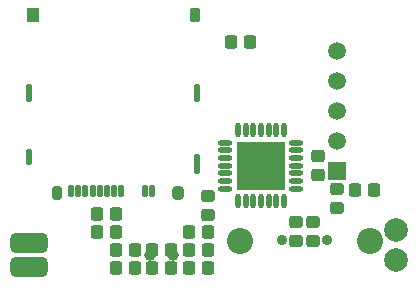
<source format=gbs>
%FSLAX44Y44*%
%MOMM*%
G71*
G01*
G75*
G04 Layer_Color=16711935*
G04:AMPARAMS|DCode=10|XSize=1mm|YSize=1.2mm|CornerRadius=0.165mm|HoleSize=0mm|Usage=FLASHONLY|Rotation=180.000|XOffset=0mm|YOffset=0mm|HoleType=Round|Shape=RoundedRectangle|*
%AMROUNDEDRECTD10*
21,1,1.0000,0.8700,0,0,180.0*
21,1,0.6700,1.2000,0,0,180.0*
1,1,0.3300,-0.3350,0.4350*
1,1,0.3300,0.3350,0.4350*
1,1,0.3300,0.3350,-0.4350*
1,1,0.3300,-0.3350,-0.4350*
%
%ADD10ROUNDEDRECTD10*%
G04:AMPARAMS|DCode=11|XSize=1.5mm|YSize=3mm|CornerRadius=0.375mm|HoleSize=0mm|Usage=FLASHONLY|Rotation=180.000|XOffset=0mm|YOffset=0mm|HoleType=Round|Shape=RoundedRectangle|*
%AMROUNDEDRECTD11*
21,1,1.5000,2.2500,0,0,180.0*
21,1,0.7500,3.0000,0,0,180.0*
1,1,0.7500,-0.3750,1.1250*
1,1,0.7500,0.3750,1.1250*
1,1,0.7500,0.3750,-1.1250*
1,1,0.7500,-0.3750,-1.1250*
%
%ADD11ROUNDEDRECTD11*%
%ADD12R,0.4000X1.4000*%
G04:AMPARAMS|DCode=13|XSize=1.8mm|YSize=1.9mm|CornerRadius=0.45mm|HoleSize=0mm|Usage=FLASHONLY|Rotation=0.000|XOffset=0mm|YOffset=0mm|HoleType=Round|Shape=RoundedRectangle|*
%AMROUNDEDRECTD13*
21,1,1.8000,1.0000,0,0,0.0*
21,1,0.9000,1.9000,0,0,0.0*
1,1,0.9000,0.4500,-0.5000*
1,1,0.9000,-0.4500,-0.5000*
1,1,0.9000,-0.4500,0.5000*
1,1,0.9000,0.4500,0.5000*
%
%ADD13ROUNDEDRECTD13*%
G04:AMPARAMS|DCode=14|XSize=1.1mm|YSize=0.6mm|CornerRadius=0.201mm|HoleSize=0mm|Usage=FLASHONLY|Rotation=270.000|XOffset=0mm|YOffset=0mm|HoleType=Round|Shape=RoundedRectangle|*
%AMROUNDEDRECTD14*
21,1,1.1000,0.1980,0,0,270.0*
21,1,0.6980,0.6000,0,0,270.0*
1,1,0.4020,-0.0990,-0.3490*
1,1,0.4020,-0.0990,0.3490*
1,1,0.4020,0.0990,0.3490*
1,1,0.4020,0.0990,-0.3490*
%
%ADD14ROUNDEDRECTD14*%
G04:AMPARAMS|DCode=15|XSize=1.1mm|YSize=0.6mm|CornerRadius=0.201mm|HoleSize=0mm|Usage=FLASHONLY|Rotation=180.000|XOffset=0mm|YOffset=0mm|HoleType=Round|Shape=RoundedRectangle|*
%AMROUNDEDRECTD15*
21,1,1.1000,0.1980,0,0,180.0*
21,1,0.6980,0.6000,0,0,180.0*
1,1,0.4020,-0.3490,0.0990*
1,1,0.4020,0.3490,0.0990*
1,1,0.4020,0.3490,-0.0990*
1,1,0.4020,-0.3490,-0.0990*
%
%ADD15ROUNDEDRECTD15*%
%ADD16O,1.8000X0.8000*%
%ADD17O,1.0000X2.5000*%
G04:AMPARAMS|DCode=18|XSize=1.5mm|YSize=3mm|CornerRadius=0.375mm|HoleSize=0mm|Usage=FLASHONLY|Rotation=270.000|XOffset=0mm|YOffset=0mm|HoleType=Round|Shape=RoundedRectangle|*
%AMROUNDEDRECTD18*
21,1,1.5000,2.2500,0,0,270.0*
21,1,0.7500,3.0000,0,0,270.0*
1,1,0.7500,-1.1250,-0.3750*
1,1,0.7500,-1.1250,0.3750*
1,1,0.7500,1.1250,0.3750*
1,1,0.7500,1.1250,-0.3750*
%
%ADD18ROUNDEDRECTD18*%
%ADD19O,2.5000X0.7000*%
%ADD20O,0.7000X2.5000*%
%ADD21C,0.4000*%
%ADD22C,0.2500*%
%ADD23C,0.2000*%
%ADD24C,0.3500*%
%ADD25C,0.7000*%
%ADD26C,1.0000*%
%ADD27C,0.8000*%
%ADD28C,0.7000*%
%ADD29C,2.0000*%
%ADD30R,1.3000X1.3000*%
%ADD31C,1.3000*%
%ADD32C,1.8500*%
G04:AMPARAMS|DCode=33|XSize=1mm|YSize=0.95mm|CornerRadius=0.1995mm|HoleSize=0mm|Usage=FLASHONLY|Rotation=90.000|XOffset=0mm|YOffset=0mm|HoleType=Round|Shape=RoundedRectangle|*
%AMROUNDEDRECTD33*
21,1,1.0000,0.5510,0,0,90.0*
21,1,0.6010,0.9500,0,0,90.0*
1,1,0.3990,0.2755,0.3005*
1,1,0.3990,0.2755,-0.3005*
1,1,0.3990,-0.2755,-0.3005*
1,1,0.3990,-0.2755,0.3005*
%
%ADD33ROUNDEDRECTD33*%
G04:AMPARAMS|DCode=34|XSize=1mm|YSize=0.95mm|CornerRadius=0.1995mm|HoleSize=0mm|Usage=FLASHONLY|Rotation=180.000|XOffset=0mm|YOffset=0mm|HoleType=Round|Shape=RoundedRectangle|*
%AMROUNDEDRECTD34*
21,1,1.0000,0.5510,0,0,180.0*
21,1,0.6010,0.9500,0,0,180.0*
1,1,0.3990,-0.3005,0.2755*
1,1,0.3990,0.3005,0.2755*
1,1,0.3990,0.3005,-0.2755*
1,1,0.3990,-0.3005,-0.2755*
%
%ADD34ROUNDEDRECTD34*%
G04:AMPARAMS|DCode=35|XSize=1mm|YSize=0.9mm|CornerRadius=0.198mm|HoleSize=0mm|Usage=FLASHONLY|Rotation=0.000|XOffset=0mm|YOffset=0mm|HoleType=Round|Shape=RoundedRectangle|*
%AMROUNDEDRECTD35*
21,1,1.0000,0.5040,0,0,0.0*
21,1,0.6040,0.9000,0,0,0.0*
1,1,0.3960,0.3020,-0.2520*
1,1,0.3960,-0.3020,-0.2520*
1,1,0.3960,-0.3020,0.2520*
1,1,0.3960,0.3020,0.2520*
%
%ADD35ROUNDEDRECTD35*%
%ADD36R,4.0000X4.0000*%
%ADD37O,0.4000X1.1000*%
%ADD38O,1.1000X0.4000*%
G04:AMPARAMS|DCode=39|XSize=0.375mm|YSize=1.5mm|CornerRadius=0.0825mm|HoleSize=0mm|Usage=FLASHONLY|Rotation=0.000|XOffset=0mm|YOffset=0mm|HoleType=Round|Shape=RoundedRectangle|*
%AMROUNDEDRECTD39*
21,1,0.3750,1.3350,0,0,0.0*
21,1,0.2100,1.5000,0,0,0.0*
1,1,0.1650,0.1050,-0.6675*
1,1,0.1650,-0.1050,-0.6675*
1,1,0.1650,-0.1050,0.6675*
1,1,0.1650,0.1050,0.6675*
%
%ADD39ROUNDEDRECTD39*%
G04:AMPARAMS|DCode=40|XSize=0.375mm|YSize=1.25mm|CornerRadius=0.0825mm|HoleSize=0mm|Usage=FLASHONLY|Rotation=0.000|XOffset=0mm|YOffset=0mm|HoleType=Round|Shape=RoundedRectangle|*
%AMROUNDEDRECTD40*
21,1,0.3750,1.0850,0,0,0.0*
21,1,0.2100,1.2500,0,0,0.0*
1,1,0.1650,0.1050,-0.5425*
1,1,0.1650,-0.1050,-0.5425*
1,1,0.1650,-0.1050,0.5425*
1,1,0.1650,0.1050,0.5425*
%
%ADD40ROUNDEDRECTD40*%
G04:AMPARAMS|DCode=41|XSize=0.375mm|YSize=1.6mm|CornerRadius=0.0825mm|HoleSize=0mm|Usage=FLASHONLY|Rotation=0.000|XOffset=0mm|YOffset=0mm|HoleType=Round|Shape=RoundedRectangle|*
%AMROUNDEDRECTD41*
21,1,0.3750,1.4350,0,0,0.0*
21,1,0.2100,1.6000,0,0,0.0*
1,1,0.1650,0.1050,-0.7175*
1,1,0.1650,-0.1050,-0.7175*
1,1,0.1650,-0.1050,0.7175*
1,1,0.1650,0.1050,0.7175*
%
%ADD41ROUNDEDRECTD41*%
G04:AMPARAMS|DCode=42|XSize=1.1mm|YSize=0.9mm|CornerRadius=0.3015mm|HoleSize=0mm|Usage=FLASHONLY|Rotation=270.000|XOffset=0mm|YOffset=0mm|HoleType=Round|Shape=RoundedRectangle|*
%AMROUNDEDRECTD42*
21,1,1.1000,0.2970,0,0,270.0*
21,1,0.4970,0.9000,0,0,270.0*
1,1,0.6030,-0.1485,-0.2485*
1,1,0.6030,-0.1485,0.2485*
1,1,0.6030,0.1485,0.2485*
1,1,0.6030,0.1485,-0.2485*
%
%ADD42ROUNDEDRECTD42*%
G04:AMPARAMS|DCode=43|XSize=1mm|YSize=0.4mm|CornerRadius=0.1mm|HoleSize=0mm|Usage=FLASHONLY|Rotation=270.000|XOffset=0mm|YOffset=0mm|HoleType=Round|Shape=RoundedRectangle|*
%AMROUNDEDRECTD43*
21,1,1.0000,0.2000,0,0,270.0*
21,1,0.8000,0.4000,0,0,270.0*
1,1,0.2000,-0.1000,-0.4000*
1,1,0.2000,-0.1000,0.4000*
1,1,0.2000,0.1000,0.4000*
1,1,0.2000,0.1000,-0.4000*
%
%ADD43ROUNDEDRECTD43*%
G04:AMPARAMS|DCode=44|XSize=0.75mm|YSize=1.1mm|CornerRadius=0.165mm|HoleSize=0mm|Usage=FLASHONLY|Rotation=0.000|XOffset=0mm|YOffset=0mm|HoleType=Round|Shape=RoundedRectangle|*
%AMROUNDEDRECTD44*
21,1,0.7500,0.7700,0,0,0.0*
21,1,0.4200,1.1000,0,0,0.0*
1,1,0.3300,0.2100,-0.3850*
1,1,0.3300,-0.2100,-0.3850*
1,1,0.3300,-0.2100,0.3850*
1,1,0.3300,0.2100,0.3850*
%
%ADD44ROUNDEDRECTD44*%
G04:AMPARAMS|DCode=45|XSize=1mm|YSize=1.1mm|CornerRadius=0.165mm|HoleSize=0mm|Usage=FLASHONLY|Rotation=0.000|XOffset=0mm|YOffset=0mm|HoleType=Round|Shape=RoundedRectangle|*
%AMROUNDEDRECTD45*
21,1,1.0000,0.7700,0,0,0.0*
21,1,0.6700,1.1000,0,0,0.0*
1,1,0.3300,0.3350,-0.3850*
1,1,0.3300,-0.3350,-0.3850*
1,1,0.3300,-0.3350,0.3850*
1,1,0.3300,0.3350,0.3850*
%
%ADD45ROUNDEDRECTD45*%
G04:AMPARAMS|DCode=46|XSize=1.1mm|YSize=0.75mm|CornerRadius=0.2512mm|HoleSize=0mm|Usage=FLASHONLY|Rotation=270.000|XOffset=0mm|YOffset=0mm|HoleType=Round|Shape=RoundedRectangle|*
%AMROUNDEDRECTD46*
21,1,1.1000,0.2475,0,0,270.0*
21,1,0.5975,0.7500,0,0,270.0*
1,1,0.5025,-0.1238,-0.2988*
1,1,0.5025,-0.1238,0.2988*
1,1,0.5025,0.1238,0.2988*
1,1,0.5025,0.1238,-0.2988*
%
%ADD46ROUNDEDRECTD46*%
%ADD47C,0.9000*%
%ADD48C,0.5000*%
%ADD49C,0.2540*%
%ADD50C,0.1000*%
G04:AMPARAMS|DCode=51|XSize=1.15mm|YSize=1.35mm|CornerRadius=0.24mm|HoleSize=0mm|Usage=FLASHONLY|Rotation=180.000|XOffset=0mm|YOffset=0mm|HoleType=Round|Shape=RoundedRectangle|*
%AMROUNDEDRECTD51*
21,1,1.1500,0.8700,0,0,180.0*
21,1,0.6700,1.3500,0,0,180.0*
1,1,0.4800,-0.3350,0.4350*
1,1,0.4800,0.3350,0.4350*
1,1,0.4800,0.3350,-0.4350*
1,1,0.4800,-0.3350,-0.4350*
%
%ADD51ROUNDEDRECTD51*%
G04:AMPARAMS|DCode=52|XSize=1.7032mm|YSize=3.2032mm|CornerRadius=0.4766mm|HoleSize=0mm|Usage=FLASHONLY|Rotation=180.000|XOffset=0mm|YOffset=0mm|HoleType=Round|Shape=RoundedRectangle|*
%AMROUNDEDRECTD52*
21,1,1.7032,2.2500,0,0,180.0*
21,1,0.7500,3.2032,0,0,180.0*
1,1,0.9532,-0.3750,1.1250*
1,1,0.9532,0.3750,1.1250*
1,1,0.9532,0.3750,-1.1250*
1,1,0.9532,-0.3750,-1.1250*
%
%ADD52ROUNDEDRECTD52*%
%ADD53R,0.6032X1.6032*%
G04:AMPARAMS|DCode=54|XSize=2.0032mm|YSize=2.1032mm|CornerRadius=0.5516mm|HoleSize=0mm|Usage=FLASHONLY|Rotation=0.000|XOffset=0mm|YOffset=0mm|HoleType=Round|Shape=RoundedRectangle|*
%AMROUNDEDRECTD54*
21,1,2.0032,1.0000,0,0,0.0*
21,1,0.9000,2.1032,0,0,0.0*
1,1,1.1032,0.4500,-0.5000*
1,1,1.1032,-0.4500,-0.5000*
1,1,1.1032,-0.4500,0.5000*
1,1,1.1032,0.4500,0.5000*
%
%ADD54ROUNDEDRECTD54*%
G04:AMPARAMS|DCode=55|XSize=1.25mm|YSize=0.75mm|CornerRadius=0.276mm|HoleSize=0mm|Usage=FLASHONLY|Rotation=270.000|XOffset=0mm|YOffset=0mm|HoleType=Round|Shape=RoundedRectangle|*
%AMROUNDEDRECTD55*
21,1,1.2500,0.1980,0,0,270.0*
21,1,0.6980,0.7500,0,0,270.0*
1,1,0.5520,-0.0990,-0.3490*
1,1,0.5520,-0.0990,0.3490*
1,1,0.5520,0.0990,0.3490*
1,1,0.5520,0.0990,-0.3490*
%
%ADD55ROUNDEDRECTD55*%
G04:AMPARAMS|DCode=56|XSize=1.25mm|YSize=0.75mm|CornerRadius=0.276mm|HoleSize=0mm|Usage=FLASHONLY|Rotation=180.000|XOffset=0mm|YOffset=0mm|HoleType=Round|Shape=RoundedRectangle|*
%AMROUNDEDRECTD56*
21,1,1.2500,0.1980,0,0,180.0*
21,1,0.6980,0.7500,0,0,180.0*
1,1,0.5520,-0.3490,0.0990*
1,1,0.5520,0.3490,0.0990*
1,1,0.5520,0.3490,-0.0990*
1,1,0.5520,-0.3490,-0.0990*
%
%ADD56ROUNDEDRECTD56*%
%ADD57O,1.9500X0.9500*%
%ADD58O,1.1500X2.6500*%
G04:AMPARAMS|DCode=59|XSize=1.7032mm|YSize=3.2032mm|CornerRadius=0.4766mm|HoleSize=0mm|Usage=FLASHONLY|Rotation=270.000|XOffset=0mm|YOffset=0mm|HoleType=Round|Shape=RoundedRectangle|*
%AMROUNDEDRECTD59*
21,1,1.7032,2.2500,0,0,270.0*
21,1,0.7500,3.2032,0,0,270.0*
1,1,0.9532,-1.1250,-0.3750*
1,1,0.9532,-1.1250,0.3750*
1,1,0.9532,1.1250,0.3750*
1,1,0.9532,1.1250,-0.3750*
%
%ADD59ROUNDEDRECTD59*%
%ADD60O,2.6500X0.8500*%
%ADD61O,0.8500X2.6500*%
%ADD62C,1.0032*%
%ADD63C,0.9032*%
%ADD64C,2.2032*%
%ADD65R,1.5032X1.5032*%
%ADD66C,1.5032*%
G04:AMPARAMS|DCode=67|XSize=1.15mm|YSize=1.1mm|CornerRadius=0.2745mm|HoleSize=0mm|Usage=FLASHONLY|Rotation=90.000|XOffset=0mm|YOffset=0mm|HoleType=Round|Shape=RoundedRectangle|*
%AMROUNDEDRECTD67*
21,1,1.1500,0.5510,0,0,90.0*
21,1,0.6010,1.1000,0,0,90.0*
1,1,0.5490,0.2755,0.3005*
1,1,0.5490,0.2755,-0.3005*
1,1,0.5490,-0.2755,-0.3005*
1,1,0.5490,-0.2755,0.3005*
%
%ADD67ROUNDEDRECTD67*%
G04:AMPARAMS|DCode=68|XSize=1.15mm|YSize=1.1mm|CornerRadius=0.2745mm|HoleSize=0mm|Usage=FLASHONLY|Rotation=180.000|XOffset=0mm|YOffset=0mm|HoleType=Round|Shape=RoundedRectangle|*
%AMROUNDEDRECTD68*
21,1,1.1500,0.5510,0,0,180.0*
21,1,0.6010,1.1000,0,0,180.0*
1,1,0.5490,-0.3005,0.2755*
1,1,0.5490,0.3005,0.2755*
1,1,0.5490,0.3005,-0.2755*
1,1,0.5490,-0.3005,-0.2755*
%
%ADD68ROUNDEDRECTD68*%
G04:AMPARAMS|DCode=69|XSize=1.15mm|YSize=1.05mm|CornerRadius=0.273mm|HoleSize=0mm|Usage=FLASHONLY|Rotation=0.000|XOffset=0mm|YOffset=0mm|HoleType=Round|Shape=RoundedRectangle|*
%AMROUNDEDRECTD69*
21,1,1.1500,0.5040,0,0,0.0*
21,1,0.6040,1.0500,0,0,0.0*
1,1,0.5460,0.3020,-0.2520*
1,1,0.5460,-0.3020,-0.2520*
1,1,0.5460,-0.3020,0.2520*
1,1,0.5460,0.3020,0.2520*
%
%ADD69ROUNDEDRECTD69*%
%ADD70R,4.1000X4.1000*%
%ADD71O,0.5000X1.2000*%
%ADD72O,1.2000X0.5000*%
G04:AMPARAMS|DCode=73|XSize=0.475mm|YSize=1.6mm|CornerRadius=0.1325mm|HoleSize=0mm|Usage=FLASHONLY|Rotation=0.000|XOffset=0mm|YOffset=0mm|HoleType=Round|Shape=RoundedRectangle|*
%AMROUNDEDRECTD73*
21,1,0.4750,1.3350,0,0,0.0*
21,1,0.2100,1.6000,0,0,0.0*
1,1,0.2650,0.1050,-0.6675*
1,1,0.2650,-0.1050,-0.6675*
1,1,0.2650,-0.1050,0.6675*
1,1,0.2650,0.1050,0.6675*
%
%ADD73ROUNDEDRECTD73*%
G04:AMPARAMS|DCode=74|XSize=0.475mm|YSize=1.35mm|CornerRadius=0.1325mm|HoleSize=0mm|Usage=FLASHONLY|Rotation=0.000|XOffset=0mm|YOffset=0mm|HoleType=Round|Shape=RoundedRectangle|*
%AMROUNDEDRECTD74*
21,1,0.4750,1.0850,0,0,0.0*
21,1,0.2100,1.3500,0,0,0.0*
1,1,0.2650,0.1050,-0.5425*
1,1,0.2650,-0.1050,-0.5425*
1,1,0.2650,-0.1050,0.5425*
1,1,0.2650,0.1050,0.5425*
%
%ADD74ROUNDEDRECTD74*%
G04:AMPARAMS|DCode=75|XSize=0.475mm|YSize=1.7mm|CornerRadius=0.1325mm|HoleSize=0mm|Usage=FLASHONLY|Rotation=0.000|XOffset=0mm|YOffset=0mm|HoleType=Round|Shape=RoundedRectangle|*
%AMROUNDEDRECTD75*
21,1,0.4750,1.4350,0,0,0.0*
21,1,0.2100,1.7000,0,0,0.0*
1,1,0.2650,0.1050,-0.7175*
1,1,0.2650,-0.1050,-0.7175*
1,1,0.2650,-0.1050,0.7175*
1,1,0.2650,0.1050,0.7175*
%
%ADD75ROUNDEDRECTD75*%
G04:AMPARAMS|DCode=76|XSize=1.2mm|YSize=1mm|CornerRadius=0.3515mm|HoleSize=0mm|Usage=FLASHONLY|Rotation=270.000|XOffset=0mm|YOffset=0mm|HoleType=Round|Shape=RoundedRectangle|*
%AMROUNDEDRECTD76*
21,1,1.2000,0.2970,0,0,270.0*
21,1,0.4970,1.0000,0,0,270.0*
1,1,0.7030,-0.1485,-0.2485*
1,1,0.7030,-0.1485,0.2485*
1,1,0.7030,0.1485,0.2485*
1,1,0.7030,0.1485,-0.2485*
%
%ADD76ROUNDEDRECTD76*%
G04:AMPARAMS|DCode=77|XSize=1.1mm|YSize=0.5mm|CornerRadius=0.15mm|HoleSize=0mm|Usage=FLASHONLY|Rotation=270.000|XOffset=0mm|YOffset=0mm|HoleType=Round|Shape=RoundedRectangle|*
%AMROUNDEDRECTD77*
21,1,1.1000,0.2000,0,0,270.0*
21,1,0.8000,0.5000,0,0,270.0*
1,1,0.3000,-0.1000,-0.4000*
1,1,0.3000,-0.1000,0.4000*
1,1,0.3000,0.1000,0.4000*
1,1,0.3000,0.1000,-0.4000*
%
%ADD77ROUNDEDRECTD77*%
G04:AMPARAMS|DCode=78|XSize=0.85mm|YSize=1.2mm|CornerRadius=0.215mm|HoleSize=0mm|Usage=FLASHONLY|Rotation=0.000|XOffset=0mm|YOffset=0mm|HoleType=Round|Shape=RoundedRectangle|*
%AMROUNDEDRECTD78*
21,1,0.8500,0.7700,0,0,0.0*
21,1,0.4200,1.2000,0,0,0.0*
1,1,0.4300,0.2100,-0.3850*
1,1,0.4300,-0.2100,-0.3850*
1,1,0.4300,-0.2100,0.3850*
1,1,0.4300,0.2100,0.3850*
%
%ADD78ROUNDEDRECTD78*%
G04:AMPARAMS|DCode=79|XSize=1.1mm|YSize=1.2mm|CornerRadius=0.215mm|HoleSize=0mm|Usage=FLASHONLY|Rotation=0.000|XOffset=0mm|YOffset=0mm|HoleType=Round|Shape=RoundedRectangle|*
%AMROUNDEDRECTD79*
21,1,1.1000,0.7700,0,0,0.0*
21,1,0.6700,1.2000,0,0,0.0*
1,1,0.4300,0.3350,-0.3850*
1,1,0.4300,-0.3350,-0.3850*
1,1,0.4300,-0.3350,0.3850*
1,1,0.4300,0.3350,0.3850*
%
%ADD79ROUNDEDRECTD79*%
G04:AMPARAMS|DCode=80|XSize=1.2mm|YSize=0.85mm|CornerRadius=0.3013mm|HoleSize=0mm|Usage=FLASHONLY|Rotation=270.000|XOffset=0mm|YOffset=0mm|HoleType=Round|Shape=RoundedRectangle|*
%AMROUNDEDRECTD80*
21,1,1.2000,0.2475,0,0,270.0*
21,1,0.5975,0.8500,0,0,270.0*
1,1,0.6025,-0.1238,-0.2988*
1,1,0.6025,-0.1238,0.2988*
1,1,0.6025,0.1238,0.2988*
1,1,0.6025,0.1238,-0.2988*
%
%ADD80ROUNDEDRECTD80*%
D29*
X330500Y43700D02*
D03*
Y18300D02*
D03*
D59*
X20000Y32500D02*
D03*
Y12500D02*
D03*
D62*
X141500Y22000D02*
D03*
X122500D02*
D03*
D63*
X234000Y35000D02*
D03*
X272000D02*
D03*
D64*
X198250Y33750D02*
D03*
X308250D02*
D03*
D65*
X280750Y93750D02*
D03*
D66*
Y119250D02*
D03*
Y144250D02*
D03*
Y169750D02*
D03*
Y195250D02*
D03*
D67*
X171000Y26500D02*
D03*
X155000D02*
D03*
X140000Y26500D02*
D03*
X124000D02*
D03*
X109000Y26500D02*
D03*
X93000D02*
D03*
X109000Y11500D02*
D03*
X93000D02*
D03*
X171000D02*
D03*
X155000D02*
D03*
X140000D02*
D03*
X124000D02*
D03*
X77000Y56750D02*
D03*
X93000D02*
D03*
X155000Y41750D02*
D03*
X171000D02*
D03*
X93000D02*
D03*
X77000D02*
D03*
X295750Y77250D02*
D03*
X311750D02*
D03*
X206500Y202750D02*
D03*
X190500D02*
D03*
D68*
X264500Y90000D02*
D03*
Y106000D02*
D03*
D69*
X280750Y62500D02*
D03*
Y78500D02*
D03*
X260500Y50501D02*
D03*
Y34501D02*
D03*
X245500D02*
D03*
Y50501D02*
D03*
X171000Y72250D02*
D03*
Y56250D02*
D03*
D70*
X216000Y98000D02*
D03*
D71*
X235500Y128000D02*
D03*
X229000D02*
D03*
X222500D02*
D03*
X216000D02*
D03*
X209500D02*
D03*
X203000D02*
D03*
X196500D02*
D03*
Y68000D02*
D03*
X203000D02*
D03*
X209500D02*
D03*
X216000D02*
D03*
X222500D02*
D03*
X229000D02*
D03*
X235500D02*
D03*
D72*
X186000Y117500D02*
D03*
Y111000D02*
D03*
Y104500D02*
D03*
Y98000D02*
D03*
Y91500D02*
D03*
Y85000D02*
D03*
Y78500D02*
D03*
X246000D02*
D03*
Y85000D02*
D03*
Y91500D02*
D03*
Y98000D02*
D03*
Y104500D02*
D03*
Y111000D02*
D03*
Y117500D02*
D03*
D73*
X162250Y159750D02*
D03*
X19750D02*
D03*
D74*
Y105000D02*
D03*
D75*
X162250Y99000D02*
D03*
D76*
X145500Y74750D02*
D03*
D77*
X97500Y76250D02*
D03*
X55500D02*
D03*
X61500Y76250D02*
D03*
X73500Y76250D02*
D03*
X117500D02*
D03*
X67500D02*
D03*
X123500D02*
D03*
X91500D02*
D03*
X79500D02*
D03*
X85500D02*
D03*
D78*
X160250Y225250D02*
D03*
D79*
X22750D02*
D03*
D80*
X43250Y74750D02*
D03*
M02*

</source>
